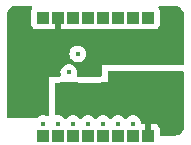
<source format=gbr>
%TF.GenerationSoftware,KiCad,Pcbnew,8.0.5-8.0.5-0~ubuntu22.04.1*%
%TF.CreationDate,2024-10-12T14:29:42+01:00*%
%TF.ProjectId,EMG_DAQ_ADS1293,454d475f-4441-4515-9f41-445331323933,1.0*%
%TF.SameCoordinates,Original*%
%TF.FileFunction,Copper,L3,Inr*%
%TF.FilePolarity,Positive*%
%FSLAX46Y46*%
G04 Gerber Fmt 4.6, Leading zero omitted, Abs format (unit mm)*
G04 Created by KiCad (PCBNEW 8.0.5-8.0.5-0~ubuntu22.04.1) date 2024-10-12 14:29:42*
%MOMM*%
%LPD*%
G01*
G04 APERTURE LIST*
%TA.AperFunction,CastellatedPad*%
%ADD10R,1.000000X1.000000*%
%TD*%
%TA.AperFunction,ViaPad*%
%ADD11C,0.400000*%
%TD*%
G04 APERTURE END LIST*
D10*
%TO.N,/in1*%
%TO.C,J3*%
X26714500Y-38210500D03*
%TD*%
%TO.N,unconnected-(J1-Pin_1-Pad1)*%
%TO.C,J1*%
X27984500Y-28210500D03*
%TD*%
%TO.N,/in1*%
%TO.C,J2*%
X25444500Y-38210500D03*
%TD*%
%TO.N,/POCI*%
%TO.C,J9*%
X29254500Y-28210500D03*
%TD*%
%TO.N,/in6*%
%TO.C,J15*%
X33064500Y-38210500D03*
%TD*%
%TO.N,/extRef*%
%TO.C,J7*%
X34334500Y-28210500D03*
%TD*%
%TO.N,/in3*%
%TO.C,J5*%
X29254500Y-38210500D03*
%TD*%
%TO.N,/in2*%
%TO.C,J4*%
X27984500Y-38210500D03*
%TD*%
%TO.N,/PICO*%
%TO.C,J10*%
X30524500Y-28210500D03*
%TD*%
%TO.N,GND*%
%TO.C,J14*%
X26714500Y-28210500D03*
%TD*%
%TO.N,/in5*%
%TO.C,J8*%
X31794500Y-38210500D03*
%TD*%
%TO.N,/CSB*%
%TO.C,J12*%
X33064500Y-28210500D03*
%TD*%
%TO.N,GNDA*%
%TO.C,J16*%
X34334500Y-38210500D03*
%TD*%
%TO.N,/in4*%
%TO.C,J6*%
X30524500Y-38210500D03*
%TD*%
%TO.N,/SCLK*%
%TO.C,J11*%
X31794500Y-28210500D03*
%TD*%
%TO.N,+3.3V*%
%TO.C,J13*%
X25444500Y-28210500D03*
%TD*%
D11*
%TO.N,GNDA*%
X34334500Y-37194500D03*
X27014500Y-35220500D03*
%TO.N,GND*%
X25789500Y-30710500D03*
X23544500Y-36210500D03*
%TO.N,XTAL2*%
X27639500Y-32860500D03*
%TO.N,XTAL1*%
X28389500Y-31285500D03*
%TO.N,/in1*%
X25444500Y-37194500D03*
X26714500Y-37194500D03*
%TO.N,/in2*%
X27984500Y-37194500D03*
%TO.N,/in3*%
X29254500Y-37194500D03*
%TO.N,/in4*%
X30524500Y-37194500D03*
%TO.N,/in5*%
X31794500Y-37194500D03*
%TO.N,/in6*%
X33064500Y-37194500D03*
%TD*%
%TA.AperFunction,Conductor*%
%TO.N,GNDA*%
G36*
X37322039Y-32735685D02*
G01*
X37367794Y-32788489D01*
X37379000Y-32840000D01*
X37379000Y-37454406D01*
X37378403Y-37466560D01*
X37365988Y-37592612D01*
X37361246Y-37616453D01*
X37326253Y-37731809D01*
X37316950Y-37754267D01*
X37260129Y-37860572D01*
X37246624Y-37880784D01*
X37170153Y-37973964D01*
X37152965Y-37991152D01*
X37059784Y-38067624D01*
X37039572Y-38081129D01*
X36933268Y-38137950D01*
X36910810Y-38147253D01*
X36795454Y-38182246D01*
X36771613Y-38186988D01*
X36645572Y-38199402D01*
X36633418Y-38199999D01*
X35458500Y-38199999D01*
X35391461Y-38180314D01*
X35345706Y-38127510D01*
X35334500Y-38075999D01*
X35334500Y-37662672D01*
X35334499Y-37662655D01*
X35328098Y-37603127D01*
X35328096Y-37603120D01*
X35277854Y-37468413D01*
X35277850Y-37468406D01*
X35191690Y-37353312D01*
X35191687Y-37353309D01*
X35076593Y-37267149D01*
X35076586Y-37267145D01*
X34941879Y-37216903D01*
X34941872Y-37216901D01*
X34882344Y-37210500D01*
X34584500Y-37210500D01*
X34584500Y-38000882D01*
X34534054Y-37950436D01*
X34459945Y-37907649D01*
X34377287Y-37885500D01*
X34291713Y-37885500D01*
X34209055Y-37907649D01*
X34134946Y-37950436D01*
X34084500Y-38000882D01*
X34084500Y-37210500D01*
X33881942Y-37210500D01*
X33814903Y-37190815D01*
X33769148Y-37138011D01*
X33758846Y-37101446D01*
X33749640Y-37025631D01*
X33749639Y-37025625D01*
X33689317Y-36866568D01*
X33654976Y-36816818D01*
X33592683Y-36726571D01*
X33465352Y-36613766D01*
X33465349Y-36613763D01*
X33314726Y-36534710D01*
X33149556Y-36494000D01*
X32979444Y-36494000D01*
X32814273Y-36534710D01*
X32663650Y-36613763D01*
X32536315Y-36726572D01*
X32531549Y-36733478D01*
X32477266Y-36777468D01*
X32407817Y-36785127D01*
X32345253Y-36754023D01*
X32327451Y-36733478D01*
X32322684Y-36726572D01*
X32195349Y-36613763D01*
X32044726Y-36534710D01*
X31879556Y-36494000D01*
X31709444Y-36494000D01*
X31544273Y-36534710D01*
X31393650Y-36613763D01*
X31266315Y-36726572D01*
X31261549Y-36733478D01*
X31207266Y-36777468D01*
X31137817Y-36785127D01*
X31075253Y-36754023D01*
X31057451Y-36733478D01*
X31052684Y-36726572D01*
X30925349Y-36613763D01*
X30774726Y-36534710D01*
X30609556Y-36494000D01*
X30439444Y-36494000D01*
X30274273Y-36534710D01*
X30123650Y-36613763D01*
X29996315Y-36726572D01*
X29991549Y-36733478D01*
X29937266Y-36777468D01*
X29867817Y-36785127D01*
X29805253Y-36754023D01*
X29787451Y-36733478D01*
X29782684Y-36726572D01*
X29655349Y-36613763D01*
X29504726Y-36534710D01*
X29339556Y-36494000D01*
X29169444Y-36494000D01*
X29004273Y-36534710D01*
X28853650Y-36613763D01*
X28726315Y-36726572D01*
X28721549Y-36733478D01*
X28667266Y-36777468D01*
X28597817Y-36785127D01*
X28535253Y-36754023D01*
X28517451Y-36733478D01*
X28512684Y-36726572D01*
X28385349Y-36613763D01*
X28234726Y-36534710D01*
X28069556Y-36494000D01*
X27899444Y-36494000D01*
X27734273Y-36534710D01*
X27583650Y-36613763D01*
X27456315Y-36726572D01*
X27451549Y-36733478D01*
X27397266Y-36777468D01*
X27327817Y-36785127D01*
X27265253Y-36754023D01*
X27247451Y-36733478D01*
X27242684Y-36726572D01*
X27115349Y-36613763D01*
X26964726Y-36534710D01*
X26799556Y-36494000D01*
X26629444Y-36494000D01*
X26629440Y-36494000D01*
X26603673Y-36500351D01*
X26533871Y-36497281D01*
X26476809Y-36456960D01*
X26450605Y-36392191D01*
X26450000Y-36379954D01*
X26450000Y-33840000D01*
X26469685Y-33772961D01*
X26522489Y-33727206D01*
X26574000Y-33716000D01*
X26843391Y-33716000D01*
X26843408Y-33716000D01*
X26898833Y-33712952D01*
X26914280Y-33711247D01*
X26927877Y-33710500D01*
X28388469Y-33710500D01*
X28406115Y-33711762D01*
X28409242Y-33712211D01*
X28435592Y-33716000D01*
X28435595Y-33716000D01*
X30320490Y-33716000D01*
X30320500Y-33716000D01*
X30365043Y-33711210D01*
X30378298Y-33710500D01*
X30944500Y-33710500D01*
X30944500Y-33133622D01*
X30945762Y-33115975D01*
X30950000Y-33086500D01*
X30950000Y-32840000D01*
X30969685Y-32772961D01*
X31022489Y-32727206D01*
X31074000Y-32716000D01*
X37255000Y-32716000D01*
X37322039Y-32735685D01*
G37*
%TD.AperFunction*%
%TD*%
%TA.AperFunction,Conductor*%
%TO.N,GND*%
G36*
X24505051Y-27240685D02*
G01*
X24550806Y-27293489D01*
X24560750Y-27362647D01*
X24537279Y-27419311D01*
X24500704Y-27468168D01*
X24500702Y-27468171D01*
X24450408Y-27603017D01*
X24444001Y-27662616D01*
X24444001Y-27662623D01*
X24444000Y-27662635D01*
X24444000Y-28758370D01*
X24444001Y-28758376D01*
X24450408Y-28817983D01*
X24500702Y-28952828D01*
X24500706Y-28952835D01*
X24586952Y-29068044D01*
X24586955Y-29068047D01*
X24702164Y-29154293D01*
X24702171Y-29154297D01*
X24837017Y-29204591D01*
X24837016Y-29204591D01*
X24843944Y-29205335D01*
X24896627Y-29211000D01*
X25992372Y-29210999D01*
X26051983Y-29204591D01*
X26051990Y-29204588D01*
X26052066Y-29204571D01*
X26052171Y-29204570D01*
X26059697Y-29203762D01*
X26059783Y-29204570D01*
X26099272Y-29204569D01*
X26099412Y-29203269D01*
X26166655Y-29210499D01*
X26166672Y-29210500D01*
X26464500Y-29210500D01*
X26464500Y-28420118D01*
X26514946Y-28470564D01*
X26589055Y-28513351D01*
X26671713Y-28535500D01*
X26757287Y-28535500D01*
X26839945Y-28513351D01*
X26914054Y-28470564D01*
X26964500Y-28420118D01*
X26964500Y-29210500D01*
X27262328Y-29210500D01*
X27262344Y-29210499D01*
X27329588Y-29203269D01*
X27329727Y-29204568D01*
X27369217Y-29204568D01*
X27369304Y-29203762D01*
X27376800Y-29204568D01*
X27376923Y-29204568D01*
X27377010Y-29204588D01*
X27377017Y-29204591D01*
X27377023Y-29204591D01*
X27377025Y-29204592D01*
X27385732Y-29205528D01*
X27436627Y-29211000D01*
X28532372Y-29210999D01*
X28580259Y-29205851D01*
X28599697Y-29203762D01*
X28599811Y-29204830D01*
X28639188Y-29204829D01*
X28639303Y-29203761D01*
X28647014Y-29204589D01*
X28647017Y-29204591D01*
X28706627Y-29211000D01*
X29802372Y-29210999D01*
X29850259Y-29205851D01*
X29869697Y-29203762D01*
X29869811Y-29204830D01*
X29909188Y-29204829D01*
X29909303Y-29203761D01*
X29917014Y-29204589D01*
X29917017Y-29204591D01*
X29976627Y-29211000D01*
X31072372Y-29210999D01*
X31120259Y-29205851D01*
X31139697Y-29203762D01*
X31139811Y-29204830D01*
X31179188Y-29204829D01*
X31179303Y-29203761D01*
X31187014Y-29204589D01*
X31187017Y-29204591D01*
X31246627Y-29211000D01*
X32342372Y-29210999D01*
X32390259Y-29205851D01*
X32409697Y-29203762D01*
X32409811Y-29204830D01*
X32449188Y-29204829D01*
X32449303Y-29203761D01*
X32457014Y-29204589D01*
X32457017Y-29204591D01*
X32516627Y-29211000D01*
X33612372Y-29210999D01*
X33660259Y-29205851D01*
X33679697Y-29203762D01*
X33679811Y-29204830D01*
X33719188Y-29204829D01*
X33719303Y-29203761D01*
X33727014Y-29204589D01*
X33727017Y-29204591D01*
X33786627Y-29211000D01*
X34882372Y-29210999D01*
X34941983Y-29204591D01*
X35076831Y-29154296D01*
X35192046Y-29068046D01*
X35278296Y-28952831D01*
X35328591Y-28817983D01*
X35335000Y-28758373D01*
X35334999Y-27662628D01*
X35328591Y-27603017D01*
X35312706Y-27560428D01*
X35278297Y-27468171D01*
X35278295Y-27468168D01*
X35241721Y-27419311D01*
X35217304Y-27353847D01*
X35232156Y-27285574D01*
X35281561Y-27236168D01*
X35340988Y-27221000D01*
X36633408Y-27221000D01*
X36645561Y-27221597D01*
X36655133Y-27222539D01*
X36771618Y-27234012D01*
X36795455Y-27238754D01*
X36910810Y-27273747D01*
X36933264Y-27283048D01*
X36986419Y-27311459D01*
X37039571Y-27339870D01*
X37059783Y-27353375D01*
X37152964Y-27429847D01*
X37170152Y-27447035D01*
X37246624Y-27540216D01*
X37260129Y-27560428D01*
X37316950Y-27666732D01*
X37326252Y-27689189D01*
X37361245Y-27804544D01*
X37365988Y-27828386D01*
X37378403Y-27954438D01*
X37379000Y-27966592D01*
X37379000Y-32086500D01*
X37359315Y-32153539D01*
X37306511Y-32199294D01*
X37255000Y-32210500D01*
X30444500Y-32210500D01*
X30444500Y-33086500D01*
X30424815Y-33153539D01*
X30372011Y-33199294D01*
X30320500Y-33210500D01*
X28435592Y-33210500D01*
X28368553Y-33190815D01*
X28322798Y-33138011D01*
X28312854Y-33068853D01*
X28319648Y-33042533D01*
X28324640Y-33029372D01*
X28345145Y-32860500D01*
X28324640Y-32691628D01*
X28264318Y-32532570D01*
X28167683Y-32392571D01*
X28040352Y-32279766D01*
X28040349Y-32279763D01*
X27889726Y-32200710D01*
X27724556Y-32160000D01*
X27554444Y-32160000D01*
X27389273Y-32200710D01*
X27238650Y-32279763D01*
X27111316Y-32392572D01*
X27014682Y-32532568D01*
X26954360Y-32691625D01*
X26954359Y-32691630D01*
X26933855Y-32860500D01*
X26954359Y-33029369D01*
X26954359Y-33029370D01*
X26954360Y-33029372D01*
X26959350Y-33042530D01*
X26964717Y-33112191D01*
X26931570Y-33173698D01*
X26870432Y-33207519D01*
X26843408Y-33210500D01*
X25944500Y-33210500D01*
X25944500Y-36460681D01*
X25924815Y-36527720D01*
X25872011Y-36573475D01*
X25802853Y-36583419D01*
X25762874Y-36570477D01*
X25694726Y-36534710D01*
X25529556Y-36494000D01*
X25359444Y-36494000D01*
X25194273Y-36534710D01*
X25043650Y-36613764D01*
X24969657Y-36679316D01*
X24906423Y-36709037D01*
X24887430Y-36710500D01*
X22524000Y-36710500D01*
X22456961Y-36690815D01*
X22411206Y-36638011D01*
X22400000Y-36586500D01*
X22400000Y-31285500D01*
X27683855Y-31285500D01*
X27704359Y-31454369D01*
X27704360Y-31454374D01*
X27764682Y-31613431D01*
X27826975Y-31703677D01*
X27861317Y-31753429D01*
X27967005Y-31847060D01*
X27988650Y-31866236D01*
X28139273Y-31945289D01*
X28139275Y-31945290D01*
X28304444Y-31986000D01*
X28474556Y-31986000D01*
X28639725Y-31945290D01*
X28719192Y-31903581D01*
X28790349Y-31866236D01*
X28790350Y-31866234D01*
X28790352Y-31866234D01*
X28917683Y-31753429D01*
X29014318Y-31613430D01*
X29074640Y-31454372D01*
X29095145Y-31285500D01*
X29074640Y-31116628D01*
X29014318Y-30957570D01*
X28917683Y-30817571D01*
X28790352Y-30704766D01*
X28790349Y-30704763D01*
X28639726Y-30625710D01*
X28474556Y-30585000D01*
X28304444Y-30585000D01*
X28139273Y-30625710D01*
X27988650Y-30704763D01*
X27861316Y-30817572D01*
X27764682Y-30957568D01*
X27704360Y-31116625D01*
X27704359Y-31116630D01*
X27683855Y-31285500D01*
X22400000Y-31285500D01*
X22400000Y-27966592D01*
X22400597Y-27954439D01*
X22407377Y-27885597D01*
X22413012Y-27828380D01*
X22417751Y-27804554D01*
X22452748Y-27689183D01*
X22462046Y-27666738D01*
X22518874Y-27560421D01*
X22532370Y-27540221D01*
X22608850Y-27447030D01*
X22626029Y-27429851D01*
X22719221Y-27353370D01*
X22739421Y-27339873D01*
X22845738Y-27283046D01*
X22868182Y-27273748D01*
X22983553Y-27238751D01*
X23007378Y-27234012D01*
X23116082Y-27223305D01*
X23133419Y-27221598D01*
X23145573Y-27221001D01*
X23194266Y-27221001D01*
X23194275Y-27221000D01*
X24438012Y-27221000D01*
X24505051Y-27240685D01*
G37*
%TD.AperFunction*%
%TD*%
M02*

</source>
